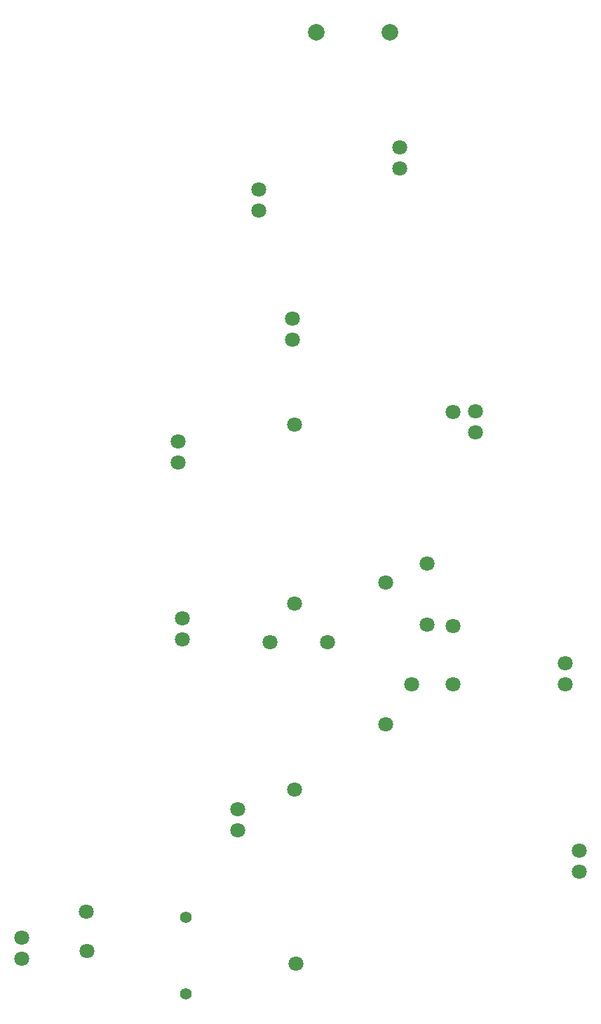
<source format=gbr>
G04 EAGLE Gerber RS-274X export*
G75*
%MOMM*%
%FSLAX34Y34*%
%LPD*%
%INSoldermask Top*%
%IPPOS*%
%AMOC8*
5,1,8,0,0,1.08239X$1,22.5*%
G01*
%ADD10C,2.003200*%
%ADD11C,1.803200*%
%ADD12C,1.409600*%


D10*
X470800Y1391500D03*
D11*
X286600Y454800D03*
X286600Y429400D03*
X214900Y898300D03*
X214900Y872900D03*
X220200Y685100D03*
X220200Y659700D03*
X352700Y1046500D03*
X352700Y1021100D03*
X682700Y605500D03*
X682700Y630900D03*
X482800Y1227900D03*
X482800Y1253300D03*
X312500Y1201800D03*
X312500Y1176400D03*
X699600Y379600D03*
X699600Y405000D03*
X26300Y299300D03*
X26300Y273900D03*
X574100Y909100D03*
X574100Y934500D03*
D10*
X381900Y1391500D03*
D11*
X104000Y331000D03*
X105000Y284000D03*
X516000Y677000D03*
X516000Y751000D03*
D12*
X224000Y232000D03*
X224000Y324000D03*
D11*
X395000Y656000D03*
X326000Y656000D03*
X497000Y605000D03*
X547000Y605000D03*
X356000Y919000D03*
X356000Y703000D03*
X356000Y478000D03*
X357000Y268000D03*
X547000Y676000D03*
X547000Y934000D03*
X466000Y728000D03*
X466000Y557000D03*
M02*

</source>
